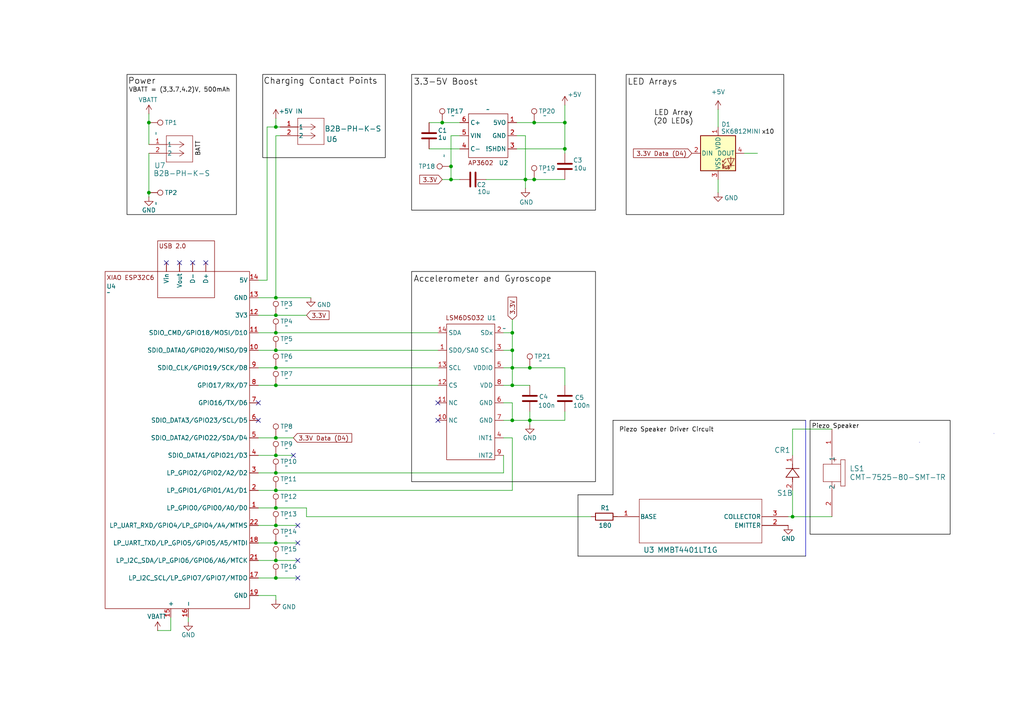
<source format=kicad_sch>
(kicad_sch (version 20231120) (generator "eeschema") (generator_version "8.0")
  (paper "A4")
  (title_block (title "LED20 Updated Schematic") (date "2024-11-12") (rev "3") (company "Team 01") (comment 1 "Schematic of LED20 prototype"))
  (lib_symbols
    (symbol "2024-11-12_01-25-46:B2B-PH-K-S" (pin_names (offset 0.254))
      (property "Reference" "U6" (at 3.302 -4.318 0))
      (property "Value" "B2B-PH-K-S" (at 5.588 -6.35 0))
      (symbol "B2B-PH-K-S_1_1"
        (polyline (pts (xy 5.08 -5.08) (xy 12.7 -5.08)) (stroke (width 0.127)))
        (polyline (pts (xy 5.08 2.54) (xy 5.08 -5.08)) (stroke (width 0.127)))
        (polyline (pts (xy 10.16 -2.54) (xy 5.08 -2.54)) (stroke (width 0.127)))
        (polyline (pts (xy 10.16 -2.54) (xy 8.89 -3.3867)) (stroke (width 0.127)))
        (polyline (pts (xy 10.16 -2.54) (xy 8.89 -1.6933)) (stroke (width 0.127)))
        (polyline (pts (xy 10.16 0) (xy 5.08 0)) (stroke (width 0.127)))
        (polyline (pts (xy 10.16 0) (xy 8.89 -0.8467)) (stroke (width 0.127)))
        (polyline (pts (xy 10.16 0) (xy 8.89 0.8467)) (stroke (width 0.127)))
        (polyline (pts (xy 12.7 -5.08) (xy 12.7 2.54)) (stroke (width 0.127)))
        (polyline (pts (xy 12.7 2.54) (xy 5.08 2.54)) (stroke (width 0.127)))
        (pin power_out line (at 0 0 0) (length 5.08) (name "1") (number "1"))
        (pin power_out line (at 0 -2.54 0) (length 5.08) (name "2") (number "2"))
      )
    )
    (symbol "2024-11-12_02-31-52:CMT-7525-80-SMT-TR" (pin_names (offset 0.254))
      (property "Reference" "LS" (at 12.7 10.16 0))
      (property "Value" "CMT-7525-80-SMT-TR" (at 12.7 7.62 0))
      (symbol "CMT-7525-80-SMT-TR_1_1"
        (polyline (pts (xy 7.62 0) (xy 10.16 0)) (stroke (width 0.127)))
        (polyline (pts (xy 8.382 0.762) (xy 9.398 0.762)) (stroke (width 0.127)))
        (polyline (pts (xy 8.89 1.27) (xy 8.89 0.254)) (stroke (width 0.127)))
        (polyline (pts (xy 8.89 3.81) (xy 8.89 2.54)) (stroke (width 0.127)))
        (polyline (pts (xy 8.89 3.81) (xy 16.51 3.81)) (stroke (width 0.127)))
        (polyline (pts (xy 10.16 -2.54) (xy 15.24 -2.54)) (stroke (width 0.127)))
        (polyline (pts (xy 10.16 2.54) (xy 10.16 -2.54)) (stroke (width 0.127)))
        (polyline (pts (xy 15.24 -2.54) (xy 15.24 2.54)) (stroke (width 0.127)))
        (polyline (pts (xy 16.002 0.762) (xy 17.018 0.762)) (stroke (width 0.127)))
        (polyline (pts (xy 16.51 2.54) (xy 8.89 2.54)) (stroke (width 0.127)))
        (polyline (pts (xy 16.51 3.81) (xy 16.51 2.54)) (stroke (width 0.127)))
        (polyline (pts (xy 17.78 0) (xy 15.24 0)) (stroke (width 0.127)))
        (pin unspecified line (at 0 0 0) (length 7.62) (name "1") (number "1"))
        (pin unspecified line (at 25.4 0 180) (length 7.62) (name "2") (number "2"))
      )
    )
    (symbol "2024-11-20_21-45-17:MMBT4401LT1G" (pin_names (offset 0.254))
      (property "Reference" "U" (at 25.4 10.16 0))
      (property "Value" "MMBT4401LT1G" (at 25.4 7.62 0))
      (symbol "MMBT4401LT1G_0_1"
        (polyline (pts (xy 7.62 -7.62) (xy 43.18 -7.62)) (stroke (width 0.127)))
        (polyline (pts (xy 7.62 5.08) (xy 7.62 -7.62)) (stroke (width 0.127)))
        (polyline (pts (xy 43.18 -7.62) (xy 43.18 5.08)) (stroke (width 0.127)))
        (polyline (pts (xy 43.18 5.08) (xy 7.62 5.08)) (stroke (width 0.127)))
        (pin unspecified line (at 0 0 0) (length 7.62) (name "BASE") (number "1"))
        (pin unspecified line (at 50.8 -2.54 180) (length 7.62) (name "EMITTER") (number "2"))
        (pin unspecified line (at 50.8 0 180) (length 7.62) (name "COLLECTOR") (number "3"))
      )
    )
    (symbol "B2B-PH-K-S_1" (pin_names (offset 0.254))
      (property "Reference" "U7" (at 1.524 -6.096 0))
      (property "Value" "B2B-PH-K-S" (at 1.27 -8.382 0))
      (symbol "B2B-PH-K-S_1_1_1"
        (polyline (pts (xy 5.08 -5.08) (xy 12.7 -5.08)) (stroke (width 0.127)))
        (polyline (pts (xy 5.08 2.54) (xy 5.08 -5.08)) (stroke (width 0.127)))
        (polyline (pts (xy 10.16 -2.54) (xy 5.08 -2.54)) (stroke (width 0.127)))
        (polyline (pts (xy 10.16 -2.54) (xy 8.89 -3.3867)) (stroke (width 0.127)))
        (polyline (pts (xy 10.16 -2.54) (xy 8.89 -1.6933)) (stroke (width 0.127)))
        (polyline (pts (xy 10.16 0) (xy 5.08 0)) (stroke (width 0.127)))
        (polyline (pts (xy 10.16 0) (xy 8.89 -0.8467)) (stroke (width 0.127)))
        (polyline (pts (xy 10.16 0) (xy 8.89 0.8467)) (stroke (width 0.127)))
        (polyline (pts (xy 12.7 -5.08) (xy 12.7 2.54)) (stroke (width 0.127)))
        (polyline (pts (xy 12.7 2.54) (xy 5.08 2.54)) (stroke (width 0.127)))
        (pin power_out line (at 0 0 0) (length 5.08) (name "1") (number "1"))
        (pin power_out line (at 0 -2.54 0) (length 5.08) (name "2") (number "2"))
      )
    )
    (symbol "Connector:TestPoint" (pin_numbers hide) (pin_names (offset 0.762) hide)
      (property "Reference" "TP" (at 0 6.858 0))
      (property "Value" "TestPoint" (at 0 5.08 0))
      (symbol "TestPoint_0_1"
        (circle (center 0 3.302) (radius 0.762))
      )
      (symbol "TestPoint_1_1"
        (pin passive line (at 0 0 90) (length 2.54) (name "1") (number "1"))
      )
    )
    (symbol "Device:C" (pin_numbers hide) (pin_names (offset 0.254))
      (property "Reference" "C" (at 0.635 2.54 0))
      (property "Value" "C" (at 0.635 -2.54 0))
      (symbol "C_0_1"
        (polyline (pts (xy -2.032 -0.762) (xy 2.032 -0.762)) (stroke (width 0.508)))
        (polyline (pts (xy -2.032 0.762) (xy 2.032 0.762)) (stroke (width 0.508)))
      )
      (symbol "C_1_1"
        (pin passive line (at 0 3.81 270) (length 2.794) (name "~") (number "1"))
        (pin passive line (at 0 -3.81 90) (length 2.794) (name "~") (number "2"))
      )
    )
    (symbol "Device:R" (pin_numbers hide) (pin_names (offset 0))
      (property "Reference" "R" (at 2.032 0 90))
      (property "Value" "R" (at 0 0 90))
      (symbol "R_0_1"
        (rectangle (start -1.016 -2.54) (end 1.016 2.54) (stroke (width 0.254)))
      )
      (symbol "R_1_1"
        (pin passive line (at 0 3.81 270) (length 1.27) (name "~") (number "1"))
        (pin passive line (at 0 -3.81 90) (length 1.27) (name "~") (number "2"))
      )
    )
    (symbol "DiodeLED20:S1B" (pin_names (offset 0.254))
      (property "Reference" "CR" (at 5.08 4.445 0))
      (property "Value" "S1B" (at 5.08 -3.81 0))
      (symbol "S1B_1_1"
        (polyline (pts (xy 2.54 0) (xy 3.4798 0)) (stroke (width 0.2032)))
        (polyline (pts (xy 3.175 0) (xy 3.81 0)) (stroke (width 0.2032)))
        (polyline (pts (xy 3.81 -1.905) (xy 6.35 0)) (stroke (width 0.2032)))
        (polyline (pts (xy 3.81 1.905) (xy 3.81 -1.905)) (stroke (width 0.2032)))
        (polyline (pts (xy 6.35 -1.905) (xy 6.35 1.905)) (stroke (width 0.2032)))
        (polyline (pts (xy 6.35 0) (xy 3.81 1.905)) (stroke (width 0.2032)))
        (polyline (pts (xy 6.35 0) (xy 7.62 0)) (stroke (width 0.2032)))
        (pin unspecified line (at 10.16 0 180) (length 2.54) (name "") (number "1"))
        (pin unspecified line (at 0 0 0) (length 2.54) (name "") (number "2"))
      )
      (symbol "S1B_1_2"
        (polyline (pts (xy -1.905 3.81) (xy 1.905 3.81)) (stroke (width 0.2032)))
        (polyline (pts (xy 0 2.54) (xy 0 3.4798)) (stroke (width 0.2032)))
        (polyline (pts (xy 0 3.175) (xy 0 3.81)) (stroke (width 0.2032)))
        (polyline (pts (xy 0 6.35) (xy -1.905 3.81)) (stroke (width 0.2032)))
        (polyline (pts (xy 0 6.35) (xy 0 7.62)) (stroke (width 0.2032)))
        (polyline (pts (xy 1.905 3.81) (xy 0 6.35)) (stroke (width 0.2032)))
        (polyline (pts (xy 1.905 6.35) (xy -1.905 6.35)) (stroke (width 0.2032)))
        (pin unspecified line (at 0 10.16 270) (length 2.54) (name "") (number "1"))
        (pin unspecified line (at 0 0 90) (length 2.54) (name "") (number "2"))
      )
    )
    (symbol "LED20_Library:AP3602"
      (property "Reference" "U" (at 3.302 -14.224 0))
      (symbol "AP3602_0_1"
        (rectangle (start -7.62 0) (end 3.81 -12.7))
      )
      (symbol "AP3602_1_1"
        (text "AP3602" (at -4.064 -14.224 0) (effects (font (size 1.27 1.27))))
        (pin power_out line (at 6.35 -2.54 180) (length 2.54) (name "5VO") (number "1"))
        (pin power_in line (at 6.35 -6.35 180) (length 2.54) (name "GND") (number "2"))
        (pin input line (at 6.35 -10.16 180) (length 2.54) (name "!SHDN") (number "3"))
        (pin input line (at -10.16 -10.16 0) (length 2.54) (name "C-") (number "4"))
        (pin power_in line (at -10.16 -6.35 0) (length 2.54) (name "VIN") (number "5"))
        (pin input line (at -10.16 -2.54 0) (length 2.54) (name "C+") (number "6"))
      )
    )
    (symbol "LED20_Library:LSM6DSO32"
      (property "Reference" "U1" (at 1.524 4.318 0))
      (property "Value" "~" (at 6.0041 1.27 0))
      (symbol "LSM6DSO32_0_1"
        (rectangle (start -10.16 2.54) (end 3.81 -36.83))
      )
      (symbol "LSM6DSO32_1_1"
        (text "LSM6DSO32" (at -4.826 4.318 0) (effects (font (size 1.27 1.27))))
        (pin output line (at -12.7 -5.08 0) (length 2.54) (name "SDO/SA0") (number "1"))
        (pin unspecified line (at -12.7 -25.4 0) (length 2.54) (name "NC") (number "10"))
        (pin unspecified line (at -12.7 -20.32 0) (length 2.54) (name "NC") (number "11"))
        (pin input line (at -12.7 -15.24 0) (length 2.54) (name "CS") (number "12"))
        (pin output line (at -12.7 -10.16 0) (length 2.54) (name "SCL") (number "13"))
        (pin output line (at -12.7 0 0) (length 2.54) (name "SDA") (number "14"))
        (pin power_in line (at 6.35 0 180) (length 2.54) (name "SDx") (number "2"))
        (pin power_in line (at 6.35 -5.08 180) (length 2.54) (name "SCx") (number "3"))
        (pin output line (at 6.35 -30.48 180) (length 2.54) (name "INT1") (number "4"))
        (pin power_in line (at 6.35 -10.16 180) (length 2.54) (name "VDDIO") (number "5"))
        (pin power_in line (at 6.35 -20.32 180) (length 2.54) (name "GND") (number "6"))
        (pin power_in line (at 6.35 -25.4 180) (length 2.54) (name "GND") (number "7"))
        (pin power_in line (at 6.35 -15.24 180) (length 2.54) (name "VDD") (number "8"))
        (pin output line (at 6.35 -35.56 180) (length 2.54) (name "INT2") (number "9"))
      )
    )
    (symbol "LED20_Library:XIAO_ESP32C6"
      (property "Reference" "U4" (at -24.892 28.702 0))
      (property "Value" "~" (at -25.654 26.924 0))
      (symbol "XIAO_ESP32C6_0_1"
        (rectangle (start -26.67 33.02) (end 15.24 -64.77))
        (rectangle (start -11.43 41.91) (end 5.08 25.4))
      )
      (symbol "XIAO_ESP32C6_1_1"
        (text "USB 2.0" (at -7.112 40.386 0) (effects (font (size 1.27 1.27))))
        (text "XIAO ESP32C6" (at -19.304 31.242 0) (effects (font (size 1.27 1.27))))
        (pin bidirectional line (at 2.54 35.56 270) (length 2.54) (name "D+") (number ""))
        (pin bidirectional line (at -1.27 35.56 270) (length 2.54) (name "D-") (number ""))
        (pin power_in line (at -8.89 35.56 270) (length 2.54) (name "Vin") (number ""))
        (pin power_out line (at -5.08 35.56 270) (length 2.54) (name "Vout") (number ""))
        (pin bidirectional line (at 17.78 -35.56 180) (length 2.54) (name "LP_GPIO0/GPIO0/A0/D0") (number "1"))
        (pin bidirectional line (at 17.78 10.16 180) (length 2.54) (name "SDIO_DATA0/GPIO20/MISO/D9") (number "10"))
        (pin bidirectional line (at 17.78 15.24 180) (length 2.54) (name "SDIO_CMD/GPIO18/MOSI/D10") (number "11"))
        (pin power_out line (at 17.78 20.32 180) (length 2.54) (name "3V3") (number "12"))
        (pin power_in line (at 17.78 25.4 180) (length 2.54) (name "GND") (number "13"))
        (pin power_in line (at 17.78 30.48 180) (length 2.54) (name "5V") (number "14"))
        (pin power_in line (at -7.62 -67.31 90) (length 2.54) (name "+") (number "15"))
        (pin power_in line (at -2.54 -67.31 90) (length 2.54) (name "-") (number "16"))
        (pin bidirectional line (at 17.78 -55.88 180) (length 2.54) (name "LP_I2C_SCL/LP_GPIO7/GPIO7/MTDO") (number "17"))
        (pin bidirectional line (at 17.78 -45.72 180) (length 2.54) (name "LP_UART_TXD/LP_GPIO5/GPIO5/A5/MTDI") (number "18"))
        (pin power_in line (at 17.78 -60.96 180) (length 2.54) (name "GND") (number "19"))
        (pin bidirectional line (at 17.78 -30.48 180) (length 2.54) (name "LP_GPIO1/GPIO1/A1/D1") (number "2"))
        (pin bidirectional line (at 17.78 -50.8 180) (length 2.54) (name "LP_I2C_SDA/LP_GPIO6/GPIO6/A6/MTCK") (number "21"))
        (pin bidirectional line (at 17.78 -40.64 180) (length 2.54) (name "LP_UART_RXD/GPIO4/LP_GPIO4/A4/MTMS") (number "22"))
        (pin bidirectional line (at 17.78 -25.4 180) (length 2.54) (name "LP_GPIO2/GPIO2/A2/D2") (number "3"))
        (pin bidirectional line (at 17.78 -20.32 180) (length 2.54) (name "SDIO_DATA1/GPIO21/D3") (number "4"))
        (pin bidirectional line (at 17.78 -15.24 180) (length 2.54) (name "SDIO_DATA2/GPIO22/SDA/D4") (number "5"))
        (pin bidirectional line (at 17.78 -10.16 180) (length 2.54) (name "SDIO_DATA3/GPIO23/SCL/D5") (number "6"))
        (pin bidirectional line (at 17.78 -5.08 180) (length 2.54) (name "GPIO16/TX/D6") (number "7"))
        (pin bidirectional line (at 17.78 0 180) (length 2.54) (name "GPIO17/RX/D7") (number "8"))
        (pin bidirectional line (at 17.78 5.08 180) (length 2.54) (name "SDIO_CLK/GPIO19/SCK/D8") (number "9"))
      )
    )
    (symbol "LED:SK6812MINI" (pin_names (offset 0.254))
      (property "Reference" "D1" (at 2.286 8.382 0))
      (property "Value" "SK6812MINI" (at 6.604 6.35 0))
      (symbol "SK6812MINI_0_0"
        (text "RGB" (at 2.286 -4.191 0) (effects (font (size 0.762 0.762))))
      )
      (symbol "SK6812MINI_0_1"
        (polyline (pts (xy 1.27 -3.556) (xy 1.778 -3.556)))
        (polyline (pts (xy 1.27 -2.54) (xy 1.778 -2.54)))
        (polyline (pts (xy 4.699 -3.556) (xy 2.667 -3.556)))
        (polyline (pts (xy 2.286 -2.54) (xy 1.27 -3.556) (xy 1.27 -3.048)))
        (polyline (pts (xy 2.286 -1.524) (xy 1.27 -2.54) (xy 1.27 -2.032)))
        (polyline (pts (xy 3.683 -1.016) (xy 3.683 -3.556) (xy 3.683 -4.064)))
        (polyline (pts (xy 4.699 -1.524) (xy 2.667 -1.524) (xy 3.683 -3.556) (xy 4.699 -1.524)))
        (rectangle (start 5.08 5.08) (end -5.08 -5.08) (stroke (width 0.254)) (fill (type background)))
      )
      (symbol "SK6812MINI_1_1"
        (pin power_in line (at 0 7.62 270) (length 2.54) (name "VDD") (number "1"))
        (pin input line (at -7.62 0 0) (length 2.54) (name "DIN") (number "2"))
        (pin power_in line (at 0 -7.62 90) (length 2.54) (name "VSS") (number "3"))
        (pin output line (at 7.62 0 180) (length 2.54) (name "DOUT") (number "4"))
      )
    )
    (symbol "power:+5V" (power) (pin_numbers hide) (pin_names (offset 0) hide)
      (property "Value" "+5V" (at 0 3.556 0))
      (symbol "+5V_0_1"
        (polyline (pts (xy -0.762 1.27) (xy 0 2.54)))
        (polyline (pts (xy 0 0) (xy 0 2.54)))
        (polyline (pts (xy 0 2.54) (xy 0.762 1.27)))
      )
      (symbol "+5V_1_1"
        (pin power_in line (at 0 0 90) (length 0) (name "~") (number "1"))
      )
    )
    (symbol "power:+BATT" (power) (pin_numbers hide) (pin_names (offset 0) hide)
      (property "Value" "+BATT" (at 0 3.556 0))
      (symbol "+BATT_0_1"
        (polyline (pts (xy -0.762 1.27) (xy 0 2.54)))
        (polyline (pts (xy 0 0) (xy 0 2.54)))
        (polyline (pts (xy 0 2.54) (xy 0.762 1.27)))
      )
      (symbol "+BATT_1_1"
        (pin power_in line (at 0 0 90) (length 0) (name "~") (number "1"))
      )
    )
    (symbol "power:GND" (power) (pin_numbers hide) (pin_names (offset 0) hide)
      (property "Value" "GND" (at 0 -3.81 0))
      (symbol "GND_0_1"
        (polyline (pts (xy 0 0) (xy 0 -1.27) (xy 1.27 -1.27) (xy 0 -2.54) (xy -1.27 -1.27) (xy 0 -1.27)))
      )
      (symbol "GND_1_1"
        (pin power_in line (at 0 0 270) (length 0) (name "~") (number "1"))
      )
    )
  )
  (junction (at 153.67 121.92))
  (junction (at 148.59 121.92))
  (junction (at 130.81 52.07))
  (junction (at 148.59 106.68))
  (junction (at 154.94 52.07))
  (junction (at 43.18 35.56))
  (junction (at 80.01 167.64))
  (junction (at 80.01 36.83))
  (junction (at 80.01 96.52))
  (junction (at 153.67 106.68))
  (junction (at 152.4 52.07))
  (junction (at 80.01 86.36))
  (junction (at 43.18 55.88))
  (junction (at 80.01 106.68))
  (junction (at 148.59 101.6))
  (junction (at 80.01 91.44))
  (junction (at 80.01 147.32))
  (junction (at 80.01 142.24))
  (junction (at 229.87 149.86))
  (junction (at 80.01 162.56))
  (junction (at 80.01 157.48))
  (junction (at 163.83 43.18))
  (junction (at 80.01 127))
  (junction (at 154.94 35.56))
  (junction (at 148.59 96.52))
  (junction (at 80.01 137.16))
  (junction (at 80.01 132.08))
  (junction (at 80.01 101.6))
  (junction (at 128.27 35.56))
  (junction (at 130.81 48.26))
  (junction (at 80.01 111.76))
  (junction (at 163.83 35.56))
  (junction (at 148.59 111.76))
  (junction (at 80.01 152.4))
  (no_connect (at 127 116.84))
  (no_connect (at 127 121.92))
  (no_connect (at 55.88 76.2))
  (no_connect (at 86.36 152.4))
  (no_connect (at 59.69 76.2))
  (no_connect (at 86.36 162.56))
  (no_connect (at 74.93 116.84))
  (no_connect (at 86.36 167.64))
  (no_connect (at 74.93 121.92))
  (no_connect (at 85.09 132.08))
  (no_connect (at 52.07 76.2))
  (no_connect (at 86.36 157.48))
  (no_connect (at 48.26 76.2))
  (wire (pts (xy 152.4 54.61) (xy 152.4 52.07)))
  (wire (pts (xy 148.59 142.24) (xy 148.59 127)))
  (wire (pts (xy 146.05 132.08) (xy 146.05 137.16)))
  (wire (pts (xy 80.01 86.36) (xy 90.17 86.36)))
  (wire (pts (xy 215.9 44.45) (xy 219.71 44.45)))
  (wire (pts (xy 179.07 149.86) (xy 177.8 149.86)))
  (wire (pts (xy 153.67 121.92) (xy 148.59 121.92)))
  (wire (pts (xy 163.83 44.45) (xy 163.83 43.18)))
  (wire (pts (xy 228.6 149.86) (xy 229.87 149.86)))
  (wire (pts (xy 80.01 137.16) (xy 74.93 137.16)))
  (wire (pts (xy 80.01 152.4) (xy 74.93 152.4)))
  (wire (pts (xy 152.4 52.07) (xy 152.4 39.37)))
  (wire (pts (xy 148.59 127) (xy 146.05 127)))
  (wire (pts (xy 80.01 127) (xy 85.09 127)))
  (wire (pts (xy 163.83 30.48) (xy 163.83 35.56)))
  (wire (pts (xy 148.59 96.52) (xy 148.59 92.71)))
  (wire (pts (xy 146.05 116.84) (xy 148.59 116.84)))
  (polyline (pts (xy 167.64 161.29) (xy 233.68 161.29)) (stroke (width 0) (color 0 0 0 1)))
  (wire (pts (xy 86.36 152.4) (xy 80.01 152.4)))
  (wire (pts (xy 80.01 101.6) (xy 127 101.6)))
  (wire (pts (xy 80.01 147.32) (xy 88.9 147.32)))
  (wire (pts (xy 80.01 157.48) (xy 74.93 157.48)))
  (polyline (pts (xy 167.64 143.51) (xy 177.8 143.51)) (stroke (width 0) (color 0 0 0 1)))
  (wire (pts (xy 146.05 101.6) (xy 148.59 101.6)))
  (wire (pts (xy 146.05 137.16) (xy 80.01 137.16)))
  (wire (pts (xy 148.59 111.76) (xy 153.67 111.76)))
  (wire (pts (xy 154.94 52.07) (xy 152.4 52.07)))
  (wire (pts (xy 80.01 132.08) (xy 85.09 132.08)))
  (polyline (pts (xy 177.8 121.92) (xy 177.8 143.51)) (stroke (width 0) (color 0 0 0 1)))
  (wire (pts (xy 43.18 44.45) (xy 43.18 55.88)))
  (wire (pts (xy 146.05 121.92) (xy 148.59 121.92)))
  (wire (pts (xy 208.28 52.07) (xy 208.28 55.88)))
  (wire (pts (xy 86.36 167.64) (xy 80.01 167.64)))
  (wire (pts (xy 74.93 106.68) (xy 80.01 106.68)))
  (wire (pts (xy 74.93 142.24) (xy 80.01 142.24)))
  (wire (pts (xy 130.81 52.07) (xy 133.35 52.07)))
  (wire (pts (xy 43.18 55.88) (xy 43.18 57.15)))
  (wire (pts (xy 80.01 39.37) (xy 80.01 86.36)))
  (wire (pts (xy 74.93 101.6) (xy 80.01 101.6)))
  (polyline (pts (xy 233.68 121.92) (xy 177.8 121.92)) (stroke (width 0) (color 0 0 0 1)))
  (wire (pts (xy 88.9 147.32) (xy 88.9 149.86)))
  (wire (pts (xy 74.93 132.08) (xy 80.01 132.08)))
  (polyline (pts (xy 167.64 143.51) (xy 167.64 161.29)) (stroke (width 0) (color 0 0 0 1)))
  (wire (pts (xy 229.87 142.24) (xy 229.87 149.86)))
  (wire (pts (xy 88.9 149.86) (xy 171.45 149.86)))
  (wire (pts (xy 229.87 149.86) (xy 241.3 149.86)))
  (wire (pts (xy 146.05 111.76) (xy 148.59 111.76)))
  (wire (pts (xy 146.05 96.52) (xy 148.59 96.52)))
  (wire (pts (xy 153.67 123.19) (xy 153.67 121.92)))
  (wire (pts (xy 163.83 111.76) (xy 163.83 106.68)))
  (wire (pts (xy 80.01 142.24) (xy 148.59 142.24)))
  (wire (pts (xy 148.59 111.76) (xy 148.59 106.68)))
  (wire (pts (xy 133.35 39.37) (xy 130.81 39.37)))
  (wire (pts (xy 80.01 167.64) (xy 74.93 167.64)))
  (wire (pts (xy 148.59 106.68) (xy 153.67 106.68)))
  (wire (pts (xy 86.36 162.56) (xy 80.01 162.56)))
  (wire (pts (xy 80.01 91.44) (xy 88.9 91.44)))
  (wire (pts (xy 140.97 52.07) (xy 152.4 52.07)))
  (wire (pts (xy 128.27 35.56) (xy 133.35 35.56)))
  (wire (pts (xy 54.61 179.07) (xy 54.61 180.34)))
  (wire (pts (xy 229.87 132.08) (xy 229.87 124.46)))
  (wire (pts (xy 149.86 39.37) (xy 152.4 39.37)))
  (wire (pts (xy 43.18 35.56) (xy 43.18 41.91)))
  (wire (pts (xy 80.01 106.68) (xy 127 106.68)))
  (wire (pts (xy 77.47 36.83) (xy 80.01 36.83)))
  (wire (pts (xy 149.86 35.56) (xy 154.94 35.56)))
  (wire (pts (xy 153.67 121.92) (xy 163.83 121.92)))
  (wire (pts (xy 130.81 48.26) (xy 130.81 52.07)))
  (wire (pts (xy 74.93 96.52) (xy 80.01 96.52)))
  (wire (pts (xy 49.53 179.07) (xy 49.53 182.88)))
  (wire (pts (xy 80.01 162.56) (xy 74.93 162.56)))
  (wire (pts (xy 45.72 182.88) (xy 49.53 182.88)))
  (wire (pts (xy 74.93 111.76) (xy 80.01 111.76)))
  (wire (pts (xy 148.59 106.68) (xy 148.59 101.6)))
  (wire (pts (xy 163.83 52.07) (xy 154.94 52.07)))
  (wire (pts (xy 154.94 35.56) (xy 163.83 35.56)))
  (wire (pts (xy 153.67 119.38) (xy 153.67 121.92)))
  (wire (pts (xy 124.46 35.56) (xy 128.27 35.56)))
  (wire (pts (xy 130.81 39.37) (xy 130.81 48.26)))
  (wire (pts (xy 74.93 147.32) (xy 80.01 147.32)))
  (wire (pts (xy 80.01 39.37) (xy 81.28 39.37)))
  (wire (pts (xy 153.67 106.68) (xy 163.83 106.68)))
  (wire (pts (xy 146.05 106.68) (xy 148.59 106.68)))
  (wire (pts (xy 74.93 172.72) (xy 80.01 172.72)))
  (wire (pts (xy 148.59 116.84) (xy 148.59 121.92)))
  (wire (pts (xy 77.47 81.28) (xy 74.93 81.28)))
  (wire (pts (xy 208.28 31.75) (xy 208.28 36.83)))
  (wire (pts (xy 74.93 91.44) (xy 80.01 91.44)))
  (wire (pts (xy 80.01 172.72) (xy 80.01 173.99)))
  (wire (pts (xy 74.93 86.36) (xy 80.01 86.36)))
  (polyline (pts (xy 233.68 161.29) (xy 233.68 121.92)))
  (wire (pts (xy 80.01 34.29) (xy 80.01 36.83)))
  (wire (pts (xy 86.36 157.48) (xy 80.01 157.48)))
  (wire (pts (xy 80.01 96.52) (xy 127 96.52)))
  (wire (pts (xy 163.83 119.38) (xy 163.83 121.92)))
  (wire (pts (xy 43.18 33.02) (xy 43.18 35.56)))
  (wire (pts (xy 148.59 101.6) (xy 148.59 96.52)))
  (wire (pts (xy 124.46 43.18) (xy 133.35 43.18)))
  (wire (pts (xy 149.86 43.18) (xy 163.83 43.18)))
  (wire (pts (xy 74.93 127) (xy 80.01 127)))
  (wire (pts (xy 80.01 111.76) (xy 127 111.76)))
  (wire (pts (xy 81.28 36.83) (xy 80.01 36.83)))
  (wire (pts (xy 77.47 36.83) (xy 77.47 81.28)))
  (wire (pts (xy 163.83 35.56) (xy 163.83 43.18)))
  (wire (pts (xy 229.87 124.46) (xy 241.3 124.46)))
  (wire (pts (xy 128.27 52.07) (xy 130.81 52.07)))
  (rectangle (start 266.7 128.27) (end 266.7 128.27))
  (rectangle (start 119.38 78.74) (end 172.72 139.7) (stroke (width 0) (color 0 0 0 1)))
  (rectangle (start 234.95 121.92) (end 275.59 154.94) (stroke (width 0) (color 0 0 0 1)))
  (rectangle (start 76.2 21.59) (end 111.76 45.72) (stroke (width 0) (color 0 0 0 1)))
  (rectangle (start 181.61 21.59) (end 227.33 62.23) (stroke (width 0) (color 0 0 0 1)))
  (rectangle (start 119.38 21.59) (end 172.72 60.96) (stroke (width 0) (color 0 0 0 1)))
  (rectangle (start 288.29 125.73) (end 288.29 125.73))
  (rectangle (start 36.83 21.59) (end 68.58 62.23) (stroke (width 0) (color 0 0 0 1)))
  (text "Charging Contact Points\n" (at 92.964 23.622 0) (effects (font (size 1.778 1.778))))
  (text "Piezo Speaker\n" (at 242.316 123.698 0) (effects (font (size 1.27 1.27))))
  (text "3.3-5V Boost" (at 129.286 23.876 0) (effects (font (size 1.778 1.778))))
  (text "VBATT = (3,3.7,4.2)V, 500mAh" (at 52.07 26.162 0) (effects (font (size 1.27 1.27))))
  (text "BATT" (at 57.404 43.18 90) (effects (font (size 1.27 1.27))))
  (text "LED Arrays" (at 189.23 23.876 0) (effects (font (size 1.778 1.778))))
  (text "Piezo Speaker Driver Circuit\n" (at 193.294 124.714 0) (effects (font (size 1.27 1.27))))
  (text "Power" (at 41.148 23.622 0) (effects (font (size 1.778 1.778))))
  (text "Accelerometer and Gyroscope\n" (at 139.954 81.026 0) (effects (font (size 1.778 1.778))))
  (text "LED Array\n(20 LEDs)" (at 195.326 34.036 0) (effects (font (size 1.524 1.524))))
  (text "x10" (at 222.758 38.354 0) (effects (font (size 1.27 1.27))))
  (global_label "3.3V" (shape input) (at 148.59 92.71 90) (property "Intersheetrefs" "${INTERSHEET_REFS}" (effects (hide yes))))
  (global_label "3.3V" (shape input) (at 128.27 52.07 180) (property "Intersheetrefs" "${INTERSHEET_REFS}" (effects (hide yes))))
  (global_label "3.3V Data (D4)" (shape input) (at 200.66 44.45 180) (property "Intersheetrefs" "${INTERSHEET_REFS}" (effects (hide yes))))
  (global_label "3.3V Data (D4)" (shape input) (at 85.09 127 0) (property "Intersheetrefs" "${INTERSHEET_REFS}" (effects (hide yes))))
  (global_label "3.3V" (shape input) (at 88.9 91.44 0) (property "Intersheetrefs" "${INTERSHEET_REFS}" (effects (hide yes))))
  (symbol (lib_id "Connector:TestPoint") (at 80.01 137.16 0) (unit 1)
    (property "Reference" "TP10" (at 81.28 133.858 0) (effects (justify left)))
    (property "Value" "~" (at 82.55 135.128 0) (effects (justify left)))
    (property "Footprint" "TestPoint:TestPoint_Pad_D1.0mm" (effects (hide yes)))
    (property "Description" "test point" (effects (hide yes)))
  )
  (symbol (lib_id "Connector:TestPoint") (at 80.01 101.6 0) (unit 1)
    (property "Reference" "TP5" (at 81.28 98.298 0) (effects (justify left)))
    (property "Value" "~" (at 82.55 99.568 0) (effects (justify left)))
    (property "Footprint" "TestPoint:TestPoint_Pad_D1.0mm" (effects (hide yes)))
    (property "Description" "test point" (effects (hide yes)))
  )
  (symbol (lib_id "power:+5V") (at 163.83 30.48 0) (unit 1)
    (property "Reference" "#PWR05" (effects (hide yes)))
    (property "Value" "+5V" (at 166.624 27.432 0))
    (property "Description" "Power symbol creates a global label with name \"+5V\"" (effects (hide yes)))
  )
  (symbol (lib_id "Connector:TestPoint") (at 130.81 48.26 90) (unit 1)
    (property "Reference" "TP18" (at 126.238 48.26 90) (effects (justify left)))
    (property "Value" "~" (at 128.778 45.72 0) (effects (justify left)))
    (property "Footprint" "TestPoint:TestPoint_Pad_D1.0mm" (effects (hide yes)))
    (property "Description" "test point" (effects (hide yes)))
  )
  (symbol (lib_id "Device:C") (at 163.83 115.57 180) (unit 1)
    (property "Reference" "C5" (at 169.418 115.316 0) (effects (justify left)))
    (property "Value" "100n" (at 171.196 117.602 0) (effects (justify left)))
    (property "Footprint" "Capacitor_SMD:C_0603_1608Metric" (effects (hide yes)))
    (property "Description" "Unpolarized capacitor" (effects (hide yes)))
  )
  (symbol (lib_id "Device:C") (at 124.46 39.37 0) (unit 1)
    (property "Reference" "C1" (at 127 37.846 0) (effects (justify left)))
    (property "Value" "1u" (at 127 39.878 0) (effects (justify left)))
    (property "Footprint" "Capacitor_SMD:C_0603_1608Metric" (effects (hide yes)))
    (property "Description" "Unpolarized capacitor" (effects (hide yes)))
  )
  (symbol (lib_id "power:+5V") (at 208.28 31.75 0) (unit 1)
    (property "Reference" "#PWR08" (effects (hide yes)))
    (property "Value" "+5V" (at 208.28 26.67 0))
    (property "Description" "Power symbol creates a global label with name \"+5V\"" (effects (hide yes)))
  )
  (symbol (lib_id "Connector:TestPoint") (at 80.01 167.64 0) (unit 1)
    (property "Reference" "TP16" (at 81.28 164.338 0) (effects (justify left)))
    (property "Value" "~" (at 82.55 165.608 0) (effects (justify left)))
    (property "Footprint" "TestPoint:TestPoint_Pad_D1.0mm" (effects (hide yes)))
    (property "Description" "test point" (effects (hide yes)))
  )
  (symbol (lib_id "Device:C") (at 163.83 48.26 180) (unit 1)
    (property "Reference" "C3" (at 168.91 46.482 0) (effects (justify left)))
    (property "Value" "10u" (at 170.18 48.768 0) (effects (justify left)))
    (property "Footprint" "Capacitor_SMD:C_0603_1608Metric" (effects (hide yes)))
    (property "Description" "Unpolarized capacitor" (effects (hide yes)))
  )
  (symbol (lib_id "power:GND") (at 228.6 152.4 0) (unit 1)
    (property "Reference" "#PWR015" (effects (hide yes)))
    (property "Value" "GND" (at 228.6 156.21 0))
    (property "Description" "Power symbol creates a global label with name \"GND\" , ground" (effects (hide yes)))
  )
  (symbol (lib_id "Connector:TestPoint") (at 80.01 147.32 0) (unit 1)
    (property "Reference" "TP12" (at 81.28 144.018 0) (effects (justify left)))
    (property "Value" "~" (at 82.55 145.288 0) (effects (justify left)))
    (property "Footprint" "TestPoint:TestPoint_Pad_D1.0mm" (effects (hide yes)))
    (property "Description" "test point" (effects (hide yes)))
  )
  (symbol (lib_id "Connector:TestPoint") (at 80.01 157.48 0) (unit 1)
    (property "Reference" "TP14" (at 81.28 154.178 0) (effects (justify left)))
    (property "Value" "~" (at 82.55 155.448 0) (effects (justify left)))
    (property "Footprint" "TestPoint:TestPoint_Pad_D1.0mm" (effects (hide yes)))
    (property "Description" "test point" (effects (hide yes)))
  )
  (symbol (lib_id "power:GND") (at 208.28 55.88 0) (unit 1)
    (property "Reference" "#PWR010" (effects (hide yes)))
    (property "Value" "GND" (at 212.09 57.404 0))
    (property "Description" "Power symbol creates a global label with name \"GND\" , ground" (effects (hide yes)))
  )
  (symbol (lib_id "power:GND") (at 80.01 173.99 0) (unit 1)
    (property "Reference" "#PWR06" (effects (hide yes)))
    (property "Value" "GND" (at 83.82 176.022 0))
    (property "Description" "Power symbol creates a global label with name \"GND\" , ground" (effects (hide yes)))
  )
  (symbol (lib_id "Connector:TestPoint") (at 80.01 127 0) (unit 1)
    (property "Reference" "TP8" (at 81.28 123.698 0) (effects (justify left)))
    (property "Value" "~" (at 82.55 124.968 0) (effects (justify left)))
    (property "Footprint" "TestPoint:TestPoint_Pad_D1.0mm" (effects (hide yes)))
    (property "Description" "test point" (effects (hide yes)))
  )
  (symbol (lib_id "power:+BATT") (at 45.72 182.88 0) (unit 1)
    (property "Reference" "#PWR03" (effects (hide yes)))
    (property "Value" "VBATT" (at 45.466 178.816 0))
    (property "Description" "Power symbol creates a global label with name \"+BATT\"" (effects (hide yes)))
  )
  (symbol (lib_id "power:GND") (at 43.18 57.15 0) (unit 1)
    (property "Reference" "#PWR01" (effects (hide yes)))
    (property "Value" "GND" (at 43.18 60.96 0))
    (property "Description" "Power symbol creates a global label with name \"GND\" , ground" (effects (hide yes)))
  )
  (symbol (lib_id "LED20_Library:LSM6DSO32") (at 139.7 96.52 0) (unit 1)
    (property "Reference" "U1" (at 141.224 92.202 0) (effects (justify left)))
    (property "Value" "~" (at 145.7041 95.25 0) (effects (justify left)))
    (property "Footprint" "Led20:LGA-14L_2P5X3X0P83_STM-L" (effects (hide yes)))
  )
  (symbol (lib_id "Connector:TestPoint") (at 80.01 152.4 0) (unit 1)
    (property "Reference" "TP13" (at 81.28 149.098 0) (effects (justify left)))
    (property "Value" "~" (at 82.55 150.368 0) (effects (justify left)))
    (property "Footprint" "TestPoint:TestPoint_Pad_D1.0mm" (effects (hide yes)))
    (property "Description" "test point" (effects (hide yes)))
  )
  (symbol (lib_id "2024-11-12_01-25-46:B2B-PH-K-S") (at 81.28 36.83 0) (unit 1)
    (property "Reference" "U6" (at 96.266 40.386 0) (effects (font (size 1.524 1.524))))
    (property "Value" "B2B-PH-K-S" (at 102.362 37.338 0) (effects (font (size 1.524 1.524))))
    (property "Footprint" "Connector_JST:JST_PH_B2B-PH-K_1x02_P2.00mm_Vertical" (effects (hide yes)))
    (property "Datasheet" "B2B-PH-K-S" (effects (hide yes)))
  )
  (symbol (lib_id "power:+BATT") (at 80.01 34.29 0) (mirror y) (unit 1)
    (property "Reference" "#PWR011" (effects (hide yes)))
    (property "Value" "+5V IN" (at 84.328 32.258 0))
    (property "Description" "Power symbol creates a global label with name \"+BATT\"" (effects (hide yes)))
  )
  (symbol (lib_id "2024-11-12_02-31-52:CMT-7525-80-SMT-TR") (at 241.3 124.46 270) (unit 1)
    (property "Reference" "LS1" (at 246.38 135.8899 90) (effects (font (size 1.524 1.524)) (justify left)))
    (property "Value" "CMT-7525-80-SMT-TR" (at 246.38 138.4299 90) (effects (font (size 1.524 1.524)) (justify left)))
    (property "Footprint" "Led20:CMT-7525-80-SMT-TR_CUD" (effects (hide yes)))
    (property "Datasheet" "CMT-7525-80-SMT-TR" (effects (hide yes)))
  )
  (symbol (lib_id "power:GND") (at 54.61 180.34 0) (unit 1)
    (property "Reference" "#PWR04" (effects (hide yes)))
    (property "Value" "GND" (at 54.61 184.15 0))
    (property "Description" "Power symbol creates a global label with name \"GND\" , ground" (effects (hide yes)))
  )
  (symbol (lib_id "Connector:TestPoint") (at 80.01 106.68 0) (unit 1)
    (property "Reference" "TP6" (at 81.28 103.378 0) (effects (justify left)))
    (property "Value" "~" (at 82.55 104.648 0) (effects (justify left)))
    (property "Footprint" "TestPoint:TestPoint_Pad_D1.0mm" (effects (hide yes)))
    (property "Description" "test point" (effects (hide yes)))
  )
  (symbol (lib_id "Connector:TestPoint") (at 154.94 35.56 0) (unit 1)
    (property "Reference" "TP20" (at 156.21 32.258 0) (effects (justify left)))
    (property "Value" "~" (at 157.48 33.528 0) (effects (justify left)))
    (property "Footprint" "TestPoint:TestPoint_Pad_D1.0mm" (effects (hide yes)))
    (property "Description" "test point" (effects (hide yes)))
  )
  (symbol (lib_id "power:GND") (at 153.67 123.19 0) (unit 1)
    (property "Reference" "#PWR014" (effects (hide yes)))
    (property "Value" "GND" (at 153.67 127 0))
    (property "Description" "Power symbol creates a global label with name \"GND\" , ground" (effects (hide yes)))
  )
  (symbol (lib_id "Connector:TestPoint") (at 154.94 52.07 0) (unit 1)
    (property "Reference" "TP19" (at 156.21 48.768 0) (effects (justify left)))
    (property "Value" "~" (at 157.48 50.038 0) (effects (justify left)))
    (property "Footprint" "TestPoint:TestPoint_Pad_D1.0mm" (effects (hide yes)))
    (property "Description" "test point" (effects (hide yes)))
  )
  (symbol (lib_id "Connector:TestPoint") (at 80.01 111.76 0) (unit 1)
    (property "Reference" "TP7" (at 81.28 108.458 0) (effects (justify left)))
    (property "Value" "~" (at 82.55 109.728 0) (effects (justify left)))
    (property "Footprint" "TestPoint:TestPoint_Pad_D1.0mm" (effects (hide yes)))
    (property "Description" "test point" (effects (hide yes)))
  )
  (symbol (lib_id "LED20_Library:XIAO_ESP32C6") (at 57.15 111.76 0) (unit 1)
    (property "Reference" "U4" (at 32.258 83.058 0))
    (property "Value" "~" (at 31.496 84.836 0))
    (property "Footprint" "Led20:XIAO-ESP32-C6-SMD" (effects (hide yes)))
  )
  (symbol (lib_id "Connector:TestPoint") (at 43.18 35.56 270) (unit 1)
    (property "Reference" "TP1" (at 47.752 35.56 90) (effects (justify left)))
    (property "Value" "~" (at 45.212 38.1 0) (effects (justify left)))
    (property "Footprint" "TestPoint:TestPoint_Pad_D1.0mm" (effects (hide yes)))
    (property "Description" "test point" (effects (hide yes)))
  )
  (symbol (lib_id "power:+BATT") (at 43.18 33.02 0) (unit 1)
    (property "Reference" "#PWR02" (effects (hide yes)))
    (property "Value" "VBATT" (at 42.926 28.956 0))
    (property "Description" "Power symbol creates a global label with name \"+BATT\"" (effects (hide yes)))
  )
  (symbol (lib_id "Device:R") (at 175.26 149.86 90) (unit 1)
    (property "Reference" "R1" (at 175.514 147.32 90))
    (property "Value" "180" (at 175.514 152.4 90))
    (property "Footprint" "Resistor_SMD:R_0603_1608Metric" (effects (hide yes)))
    (property "Description" "Resistor" (effects (hide yes)))
  )
  (symbol (lib_id "Connector:TestPoint") (at 153.67 106.68 0) (unit 1)
    (property "Reference" "TP21" (at 154.94 103.378 0) (effects (justify left)))
    (property "Value" "~" (at 156.21 104.648 0) (effects (justify left)))
    (property "Footprint" "TestPoint:TestPoint_Pad_D1.0mm" (effects (hide yes)))
    (property "Description" "test point" (effects (hide yes)))
  )
  (symbol (lib_id "Connector:TestPoint") (at 128.27 35.56 0) (unit 1)
    (property "Reference" "TP17" (at 129.54 32.258 0) (effects (justify left)))
    (property "Value" "~" (at 130.81 33.528 0) (effects (justify left)))
    (property "Footprint" "TestPoint:TestPoint_Pad_D1.0mm" (effects (hide yes)))
    (property "Description" "test point" (effects (hide yes)))
  )
  (symbol (lib_id "Connector:TestPoint") (at 80.01 142.24 0) (unit 1)
    (property "Reference" "TP11" (at 81.28 138.938 0) (effects (justify left)))
    (property "Value" "~" (at 82.55 140.208 0) (effects (justify left)))
    (property "Footprint" "TestPoint:TestPoint_Pad_D1.0mm" (effects (hide yes)))
    (property "Description" "test point" (effects (hide yes)))
  )
  (symbol (lib_id "DiodeLED20:S1B") (at 229.87 142.24 90) (unit 1)
    (property "Reference" "CR1" (at 224.536 130.556 90) (effects (font (size 1.524 1.524)) (justify right)))
    (property "Value" "S1B" (at 225.298 143.002 90) (effects (font (size 1.524 1.524)) (justify right)))
    (property "Footprint" "Footprints:SMA_403AE_OSI" (effects (hide yes)))
    (property "Datasheet" "S1B" (effects (hide yes)))
  )
  (symbol (lib_name "B2B-PH-K-S_1") (lib_id "2024-11-12_01-25-46:B2B-PH-K-S") (at 43.18 41.91 0) (unit 1)
    (property "Reference" "U7" (at 44.704 48.006 0) (effects (font (size 1.524 1.524)) (justify left)))
    (property "Value" "B2B-PH-K-S" (at 44.45 50.292 0) (effects (font (size 1.524 1.524)) (justify left)))
    (property "Footprint" "Connector_JST:JST_PH_B2B-PH-K_1x02_P2.00mm_Vertical" (effects (hide yes)))
    (property "Datasheet" "B2B-PH-K-S" (effects (hide yes)))
  )
  (symbol (lib_id "2024-11-20_21-45-17:MMBT4401LT1G") (at 177.8 149.86 0) (unit 1)
    (property "Reference" "U3" (at 188.214 159.512 0) (effects (font (size 1.524 1.524))))
    (property "Value" "MMBT4401LT1G" (at 199.39 159.512 0) (effects (font (size 1.524 1.524))))
    (property "Footprint" "Footprints:SOT-23_ONS" (effects (hide yes)))
    (property "Datasheet" "MMBT4401LT1G" (effects (hide yes)))
  )
  (symbol (lib_id "LED:SK6812MINI") (at 208.28 44.45 0) (unit 1)
    (property "Reference" "D1" (at 210.566 36.068 0))
    (property "Value" "SK6812MINI" (at 214.884 38.1 0))
    (property "Footprint" "Connector_JST:JST_PH_B3B-PH-K_1x03_P2.00mm_Vertical" (effects (hide yes)))
    (property "Datasheet" "https://cdn-shop.adafruit.com/product-files/2686/SK6812MINI_REV.01-1-2.pdf" (effects (hide yes)))
    (property "Description" "RGB LED with integrated controller" (effects (hide yes)))
  )
  (symbol (lib_id "Connector:TestPoint") (at 43.18 55.88 270) (unit 1)
    (property "Reference" "TP2" (at 47.752 55.88 90) (effects (justify left)))
    (property "Value" "~" (at 45.212 58.42 0) (effects (justify left)))
    (property "Footprint" "TestPoint:TestPoint_Pad_D1.0mm" (effects (hide yes)))
    (property "Description" "test point" (effects (hide yes)))
  )
  (symbol (lib_id "Device:C") (at 137.16 52.07 90) (unit 1)
    (property "Reference" "C2" (at 140.97 53.594 90) (effects (justify left)))
    (property "Value" "10u" (at 142.24 55.626 90) (effects (justify left)))
    (property "Footprint" "Capacitor_SMD:C_0603_1608Metric" (effects (hide yes)))
    (property "Description" "Unpolarized capacitor" (effects (hide yes)))
  )
  (symbol (lib_id "LED20_Library:AP3602") (at 143.51 33.02 0) (unit 1)
    (property "Reference" "U2" (at 146.05 47.244 0))
    (property "Value" "~" (at 141.5282 31.75 0))
    (property "Footprint" "Led20:ChargePump" (effects (hide yes)))
  )
  (symbol (lib_id "Connector:TestPoint") (at 80.01 91.44 0) (unit 1)
    (property "Reference" "TP3" (at 81.28 88.138 0) (effects (justify left)))
    (property "Value" "~" (at 82.55 89.408 0) (effects (justify left)))
    (property "Footprint" "TestPoint:TestPoint_Pad_D1.0mm" (effects (hide yes)))
    (property "Description" "test point" (effects (hide yes)))
  )
  (symbol (lib_id "Connector:TestPoint") (at 80.01 132.08 0) (unit 1)
    (property "Reference" "TP9" (at 81.28 128.778 0) (effects (justify left)))
    (property "Value" "~" (at 82.55 130.048 0) (effects (justify left)))
    (property "Footprint" "TestPoint:TestPoint_Pad_D1.0mm" (effects (hide yes)))
    (property "Description" "test point" (effects (hide yes)))
  )
  (symbol (lib_id "Connector:TestPoint") (at 80.01 162.56 0) (unit 1)
    (property "Reference" "TP15" (at 81.28 159.258 0) (effects (justify left)))
    (property "Value" "~" (at 82.55 160.528 0) (effects (justify left)))
    (property "Footprint" "TestPoint:TestPoint_Pad_D1.0mm" (effects (hide yes)))
    (property "Description" "test point" (effects (hide yes)))
  )
  (symbol (lib_id "power:GND") (at 152.4 54.61 0) (unit 1)
    (property "Reference" "#PWR09" (effects (hide yes)))
    (property "Value" "GND" (at 152.654 58.674 0))
    (property "Description" "Power symbol creates a global label with name \"GND\" , ground" (effects (hide yes)))
  )
  (symbol (lib_id "power:GND") (at 90.17 86.36 0) (unit 1)
    (property "Reference" "#PWR07" (effects (hide yes)))
    (property "Value" "GND" (at 93.98 88.392 0))
    (property "Description" "Power symbol creates a global label with name \"GND\" , ground" (effects (hide yes)))
  )
  (symbol (lib_id "Connector:TestPoint") (at 80.01 96.52 0) (unit 1)
    (property "Reference" "TP4" (at 81.28 93.218 0) (effects (justify left)))
    (property "Value" "~" (at 82.55 94.488 0) (effects (justify left)))
    (property "Footprint" "TestPoint:TestPoint_Pad_D1.0mm" (effects (hide yes)))
    (property "Description" "test point" (effects (hide yes)))
  )
  (symbol (lib_id "Device:C") (at 153.67 115.57 180) (unit 1)
    (property "Reference" "C4" (at 159.004 115.062 0) (effects (justify left)))
    (property "Value" "100n" (at 161.036 117.602 0) (effects (justify left)))
    (property "Footprint" "Capacitor_SMD:C_0603_1608Metric" (effects (hide yes)))
    (property "Description" "Unpolarized capacitor" (effects (hide yes)))
  )
)
</source>
